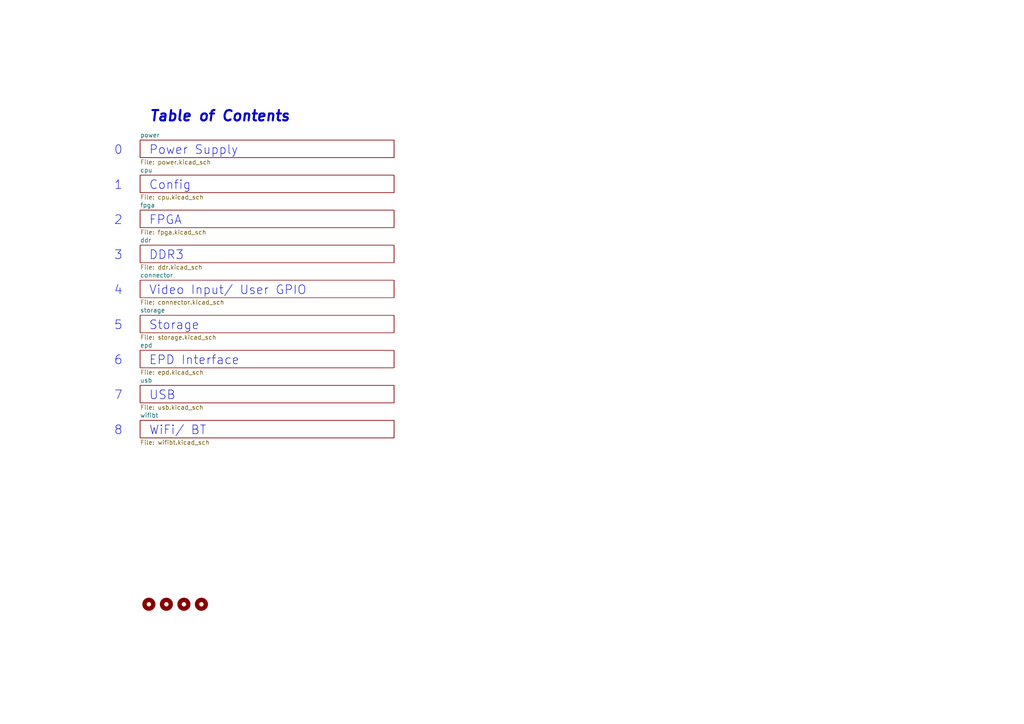
<source format=kicad_sch>
(kicad_sch (version 20230121) (generator eeschema)
  (paper "A4")
  (title_block (title "InuCal") (date "2020-06-30") (rev "R0.1") (company "Wenting Zhang") (comment 1 "zephray@outlook.com"))
  (lib_symbols
    (symbol "Mechanical:MountingHole" (pin_names (offset 1.016))
      (property "Reference" "H" (at 0 5.08 0))
      (property "Value" "MountingHole" (at 0 3.175 0))
      (symbol "MountingHole_0_1"
        (circle (center 0 0) (radius 1.27) (stroke (width 1.27)))
      )
    )
  )
  (text "6" (at 33.02 106.045 0) (effects (font (size 2.54 2.54)) (justify left bottom)))
  (text "WiFi/ BT" (at 43.18 126.365 0) (effects (font (size 2.54 2.54)) (justify left bottom)))
  (text "EPD Interface" (at 43.18 106.045 0) (effects (font (size 2.54 2.54)) (justify left bottom)))
  (text "2" (at 33.02 65.405 0) (effects (font (size 2.54 2.54)) (justify left bottom)))
  (text "Power Supply" (at 43.18 45.085 0) (effects (font (size 2.54 2.54)) (justify left bottom)))
  (text "Video Input/ User GPIO" (at 43.18 85.725 0) (effects (font (size 2.54 2.54)) (justify left bottom)))
  (text "DDR3" (at 43.18 75.565 0) (effects (font (size 2.54 2.54)) (justify left bottom)))
  (text "4" (at 33.02 85.725 0) (effects (font (size 2.54 2.54)) (justify left bottom)))
  (text "5" (at 33.02 95.885 0) (effects (font (size 2.54 2.54)) (justify left bottom)))
  (text "FPGA" (at 43.18 65.405 0) (effects (font (size 2.54 2.54)) (justify left bottom)))
  (text "1" (at 33.02 55.245 0) (effects (font (size 2.54 2.54)) (justify left bottom)))
  (text "0" (at 33.02 45.085 0) (effects (font (size 2.54 2.54)) (justify left bottom)))
  (text "7" (at 33.02 116.205 0) (effects (font (size 2.54 2.54)) (justify left bottom)))
  (text "Config" (at 43.18 55.245 0) (effects (font (size 2.54 2.54)) (justify left bottom)))
  (text "Table of Contents" (at 43.18 35.56 0) (effects (font (size 2.9972 2.9972) (thickness 0.5994) bold italic) (justify left bottom)))
  (text "USB" (at 43.18 116.205 0) (effects (font (size 2.54 2.54)) (justify left bottom)))
  (text "Storage" (at 43.18 95.885 0) (effects (font (size 2.54 2.54)) (justify left bottom)))
  (text "8" (at 33.02 126.365 0) (effects (font (size 2.54 2.54)) (justify left bottom)))
  (text "3" (at 33.02 75.565 0) (effects (font (size 2.54 2.54)) (justify left bottom)))
  (symbol (lib_id "Mechanical:MountingHole") (at 43.18 175.26 0) (unit 1)
    (property "Reference" "H1" (effects hide))
    (property "Value" "MountingHole" (effects hide))
    (property "Footprint" "MountingHole:MountingHole_2.7mm_M2.5" (effects hide))
  )
  (symbol (lib_id "Mechanical:MountingHole") (at 48.26 175.26 0) (unit 1)
    (property "Reference" "H2" (effects hide))
    (property "Value" "MountingHole" (effects hide))
    (property "Footprint" "MountingHole:MountingHole_2.7mm_M2.5" (effects hide))
  )
  (symbol (lib_id "Mechanical:MountingHole") (at 53.34 175.26 0) (unit 1)
    (property "Reference" "H3" (effects hide))
    (property "Value" "MountingHole" (effects hide))
    (property "Footprint" "MountingHole:MountingHole_2.7mm_M2.5" (effects hide))
  )
  (symbol (lib_id "Mechanical:MountingHole") (at 58.42 175.26 0) (unit 1)
    (property "Reference" "H4" (effects hide))
    (property "Value" "MountingHole" (effects hide))
    (property "Footprint" "MountingHole:MountingHole_2.7mm_M2.5" (effects hide))
  )
  (sheet (at 40.64 50.8) (size 73.66 5.08)
    (property "Sheetname" "cpu" (at 40.64 50.0884 0) (effects (justify left bottom)))
    (property "Sheetfile" "cpu.kicad_sch" (at 40.64 56.4646 0) (effects (justify left top)))
  )
  (sheet (at 40.64 40.64) (size 73.66 5.08)
    (property "Sheetname" "power" (at 40.64 39.9284 0) (effects (justify left bottom)))
    (property "Sheetfile" "power.kicad_sch" (at 40.64 46.3046 0) (effects (justify left top)))
  )
  (sheet (at 40.64 71.12) (size 73.66 5.08)
    (property "Sheetname" "ddr" (at 40.64 70.4084 0) (effects (justify left bottom)))
    (property "Sheetfile" "ddr.kicad_sch" (at 40.64 76.7846 0) (effects (justify left top)))
  )
  (sheet (at 40.64 60.96) (size 73.66 5.08)
    (property "Sheetname" "fpga" (at 40.64 60.2484 0) (effects (justify left bottom)))
    (property "Sheetfile" "fpga.kicad_sch" (at 40.64 66.6246 0) (effects (justify left top)))
  )
  (sheet (at 40.64 91.44) (size 73.66 5.08) (stroke (width 0.1524))
    (property "Sheetname" "storage" (at 40.64 90.7284 0) (effects (justify left bottom)))
    (property "Sheetfile" "storage.kicad_sch" (at 40.64 97.1046 0) (effects (justify left top)))
  )
  (sheet (at 40.64 101.6) (size 73.66 5.08) (stroke (width 0.1524))
    (property "Sheetname" "epd" (at 40.64 100.8884 0) (effects (justify left bottom)))
    (property "Sheetfile" "epd.kicad_sch" (at 40.64 107.2646 0) (effects (justify left top)))
  )
  (sheet (at 40.64 121.92) (size 73.66 5.08) (stroke (width 0.1524))
    (property "Sheetname" "wifibt" (at 40.64 121.2084 0) (effects (justify left bottom)))
    (property "Sheetfile" "wifibt.kicad_sch" (at 40.64 127.5846 0) (effects (justify left top)))
  )
  (sheet (at 40.64 111.76) (size 73.66 5.08) (stroke (width 0.1524))
    (property "Sheetname" "usb" (at 40.64 111.0484 0) (effects (justify left bottom)))
    (property "Sheetfile" "usb.kicad_sch" (at 40.64 117.4246 0) (effects (justify left top)))
  )
  (sheet (at 40.64 81.28) (size 73.66 5.08) (stroke (width 0.1524))
    (property "Sheetname" "connector" (at 40.64 80.5684 0) (effects (justify left bottom)))
    (property "Sheetfile" "connector.kicad_sch" (at 40.64 86.9446 0) (effects (justify left top)))
  )
)
</source>
